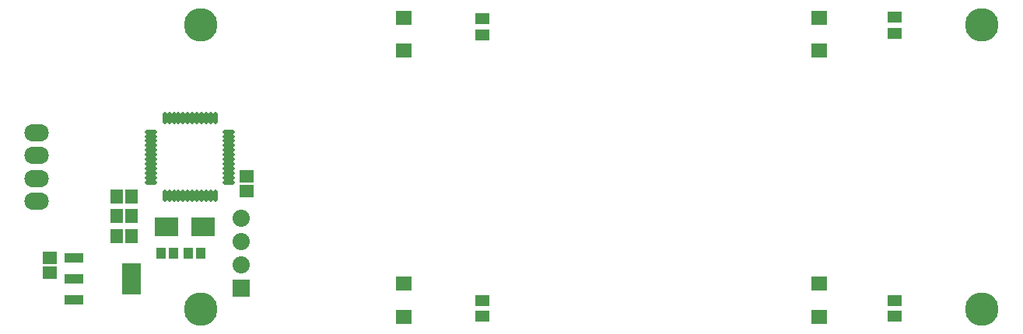
<source format=gbs>
G04*
G04 #@! TF.GenerationSoftware,Altium Limited,Altium Designer,22.9.1 (49)*
G04*
G04 Layer_Color=16711935*
%FSLAX44Y44*%
%MOMM*%
G71*
G04*
G04 #@! TF.SameCoordinates,C968DB6C-065F-4184-BE5B-E643EC6D71FD*
G04*
G04*
G04 #@! TF.FilePolarity,Negative*
G04*
G01*
G75*
%ADD16R,1.7500X1.6500*%
%ADD17R,1.5000X1.3000*%
%ADD20O,2.6500X1.9000*%
%ADD21R,1.8750X1.8750*%
%ADD22C,1.8750*%
%ADD23C,3.6500*%
%ADD43O,0.4500X1.3500*%
%ADD44O,1.3500X0.4500*%
%ADD45R,1.4500X1.5500*%
%ADD46R,2.0000X1.0500*%
%ADD47R,2.0000X3.3500*%
%ADD48R,1.0500X1.1500*%
%ADD49R,2.5500X2.1500*%
%ADD50R,1.5500X1.4500*%
D16*
X441000Y348000D02*
D03*
Y312000D02*
D03*
X893000Y348000D02*
D03*
Y312000D02*
D03*
Y22000D02*
D03*
Y58000D02*
D03*
X441000Y22000D02*
D03*
Y58000D02*
D03*
D17*
X526000Y329000D02*
D03*
Y346500D02*
D03*
X975000Y331000D02*
D03*
Y348500D02*
D03*
X975000Y39750D02*
D03*
Y22250D02*
D03*
X526000Y39750D02*
D03*
Y22250D02*
D03*
D20*
X41000Y197500D02*
D03*
Y147500D02*
D03*
Y172500D02*
D03*
Y222500D02*
D03*
D21*
X264000Y52800D02*
D03*
D22*
Y78200D02*
D03*
Y103600D02*
D03*
Y129000D02*
D03*
D23*
X1070000Y30000D02*
D03*
Y340000D02*
D03*
X220000Y30000D02*
D03*
Y340000D02*
D03*
D43*
X235500Y153500D02*
D03*
X230500D02*
D03*
X225500D02*
D03*
X220500D02*
D03*
X215500D02*
D03*
X210500D02*
D03*
X205500D02*
D03*
X200500D02*
D03*
X195500D02*
D03*
X190500D02*
D03*
X185500D02*
D03*
X180500D02*
D03*
Y238500D02*
D03*
X185500D02*
D03*
X190500D02*
D03*
X195500D02*
D03*
X200500D02*
D03*
X205500D02*
D03*
X210500D02*
D03*
X215500D02*
D03*
X220500D02*
D03*
X225500D02*
D03*
X230500D02*
D03*
X235500D02*
D03*
D44*
X165500Y168500D02*
D03*
Y173500D02*
D03*
Y178500D02*
D03*
Y183500D02*
D03*
Y188500D02*
D03*
Y193500D02*
D03*
Y198500D02*
D03*
Y203500D02*
D03*
Y208500D02*
D03*
Y213500D02*
D03*
Y218500D02*
D03*
Y223500D02*
D03*
X250500D02*
D03*
Y218500D02*
D03*
Y213500D02*
D03*
Y208500D02*
D03*
Y203500D02*
D03*
Y198500D02*
D03*
Y193500D02*
D03*
Y188500D02*
D03*
Y183500D02*
D03*
Y178500D02*
D03*
Y173500D02*
D03*
Y168500D02*
D03*
D45*
X128000Y153000D02*
D03*
X144000D02*
D03*
X128000Y132000D02*
D03*
X144000D02*
D03*
X144000Y110000D02*
D03*
X128000D02*
D03*
D46*
X82000Y40000D02*
D03*
Y63000D02*
D03*
Y86000D02*
D03*
D47*
X144000Y63000D02*
D03*
D48*
X189750Y91000D02*
D03*
X176250D02*
D03*
X206250D02*
D03*
X219750D02*
D03*
D49*
X222000Y120000D02*
D03*
X182000D02*
D03*
D50*
X270000Y175000D02*
D03*
Y159000D02*
D03*
X55000Y86000D02*
D03*
Y70000D02*
D03*
M02*

</source>
